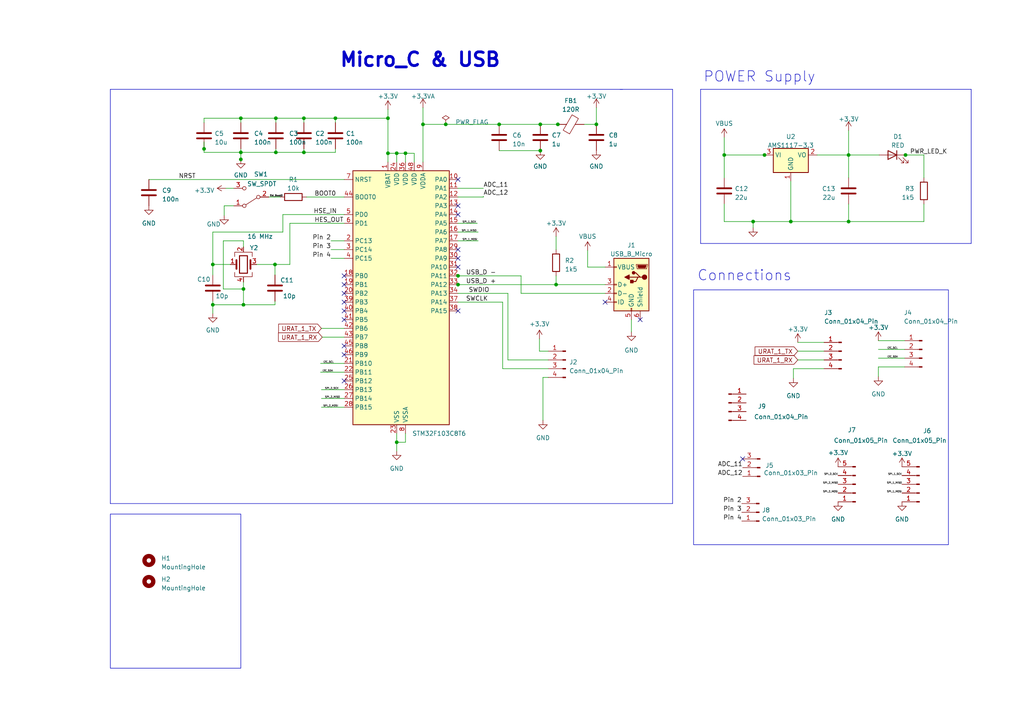
<source format=kicad_sch>
(kicad_sch (version 20250114) (generator "eeschema") (generator_version "9.0")
  (paper "A4")
  (title_block (date "2023-10-21") (rev "1") (company "Amajd Trablsi "))
  (lib_symbols
    (symbol "Connector:Conn_01x03_Pin" (pin_names (offset 1.016) (hide yes))
      (property "Reference" "J" (at 0 5.08 0))
      (property "Value" "Conn_01x03_Pin" (at 0 -5.08 0))
      (symbol "Conn_01x03_Pin_1_1"
        (rectangle (start 0.8636 2.667) (end 0 2.413) (stroke (width 0.1524)) (fill (type outline)))
        (rectangle (start 0.8636 0.127) (end 0 -0.127) (stroke (width 0.1524)) (fill (type outline)))
        (rectangle (start 0.8636 -2.413) (end 0 -2.667) (stroke (width 0.1524)) (fill (type outline)))
        (polyline (pts (xy 1.27 2.54) (xy 0.8636 2.54)) (stroke (width 0.1524)))
        (polyline (pts (xy 1.27 0) (xy 0.8636 0)) (stroke (width 0.1524)))
        (polyline (pts (xy 1.27 -2.54) (xy 0.8636 -2.54)) (stroke (width 0.1524)))
        (pin passive line (at 5.08 2.54 180) (length 3.81) (name "Pin_1") (number "1"))
        (pin passive line (at 5.08 0 180) (length 3.81) (name "Pin_2") (number "2"))
        (pin passive line (at 5.08 -2.54 180) (length 3.81) (name "Pin_3") (number "3"))
      )
    )
    (symbol "Connector:Conn_01x04_Pin" (pin_names (offset 1.016) (hide yes))
      (property "Reference" "J" (at 0 5.08 0))
      (property "Value" "Conn_01x04_Pin" (at 0 -7.62 0))
      (symbol "Conn_01x04_Pin_1_1"
        (rectangle (start 0.8636 2.667) (end 0 2.413) (stroke (width 0.1524)) (fill (type outline)))
        (rectangle (start 0.8636 0.127) (end 0 -0.127) (stroke (width 0.1524)) (fill (type outline)))
        (rectangle (start 0.8636 -2.413) (end 0 -2.667) (stroke (width 0.1524)) (fill (type outline)))
        (rectangle (start 0.8636 -4.953) (end 0 -5.207) (stroke (width 0.1524)) (fill (type outline)))
        (polyline (pts (xy 1.27 2.54) (xy 0.8636 2.54)) (stroke (width 0.1524)))
        (polyline (pts (xy 1.27 0) (xy 0.8636 0)) (stroke (width 0.1524)))
        (polyline (pts (xy 1.27 -2.54) (xy 0.8636 -2.54)) (stroke (width 0.1524)))
        (polyline (pts (xy 1.27 -5.08) (xy 0.8636 -5.08)) (stroke (width 0.1524)))
        (pin passive line (at 5.08 2.54 180) (length 3.81) (name "Pin_1") (number "1"))
        (pin passive line (at 5.08 0 180) (length 3.81) (name "Pin_2") (number "2"))
        (pin passive line (at 5.08 -2.54 180) (length 3.81) (name "Pin_3") (number "3"))
        (pin passive line (at 5.08 -5.08 180) (length 3.81) (name "Pin_4") (number "4"))
      )
    )
    (symbol "Connector:Conn_01x05_Pin" (pin_names (offset 1.016) (hide yes))
      (property "Reference" "J" (at 0 7.62 0))
      (property "Value" "Conn_01x05_Pin" (at 0 -7.62 0))
      (symbol "Conn_01x05_Pin_1_1"
        (rectangle (start 0.8636 5.207) (end 0 4.953) (stroke (width 0.1524)) (fill (type outline)))
        (rectangle (start 0.8636 2.667) (end 0 2.413) (stroke (width 0.1524)) (fill (type outline)))
        (rectangle (start 0.8636 0.127) (end 0 -0.127) (stroke (width 0.1524)) (fill (type outline)))
        (rectangle (start 0.8636 -2.413) (end 0 -2.667) (stroke (width 0.1524)) (fill (type outline)))
        (rectangle (start 0.8636 -4.953) (end 0 -5.207) (stroke (width 0.1524)) (fill (type outline)))
        (polyline (pts (xy 1.27 5.08) (xy 0.8636 5.08)) (stroke (width 0.1524)))
        (polyline (pts (xy 1.27 2.54) (xy 0.8636 2.54)) (stroke (width 0.1524)))
        (polyline (pts (xy 1.27 0) (xy 0.8636 0)) (stroke (width 0.1524)))
        (polyline (pts (xy 1.27 -2.54) (xy 0.8636 -2.54)) (stroke (width 0.1524)))
        (polyline (pts (xy 1.27 -5.08) (xy 0.8636 -5.08)) (stroke (width 0.1524)))
        (pin passive line (at 5.08 5.08 180) (length 3.81) (name "Pin_1") (number "1"))
        (pin passive line (at 5.08 2.54 180) (length 3.81) (name "Pin_2") (number "2"))
        (pin passive line (at 5.08 0 180) (length 3.81) (name "Pin_3") (number "3"))
        (pin passive line (at 5.08 -2.54 180) (length 3.81) (name "Pin_4") (number "4"))
        (pin passive line (at 5.08 -5.08 180) (length 3.81) (name "Pin_5") (number "5"))
      )
    )
    (symbol "Connector:USB_B_Micro" (pin_names (offset 1.016))
      (property "Reference" "J" (at -5.08 11.43 0))
      (property "Value" "USB_B_Micro" (at -5.08 8.89 0))
      (symbol "USB_B_Micro_0_1"
        (rectangle (start -5.08 -7.62) (end 5.08 7.62) (stroke (width 0.254)) (fill (type background)))
        (polyline (pts (xy -4.699 5.842) (xy -4.699 5.588) (xy -4.445 4.826) (xy -4.445 4.572) (xy -1.651 4.572) (xy -1.651 4.826) (xy -1.397 5.588) (xy -1.397 5.842) (xy -4.699 5.842)))
        (polyline (pts (xy -4.318 5.588) (xy -1.778 5.588) (xy -2.032 4.826) (xy -4.064 4.826) (xy -4.318 5.588)) (fill (type outline)))
        (circle (center -3.81 2.159) (radius 0.635) (stroke (width 0.254)) (fill (type outline)))
        (polyline (pts (xy -3.175 2.159) (xy -2.54 2.159) (xy -1.27 3.429) (xy -0.635 3.429)) (stroke (width 0.254)))
        (polyline (pts (xy -2.54 2.159) (xy -1.905 2.159) (xy -1.27 0.889) (xy 0 0.889)) (stroke (width 0.254)))
        (polyline (pts (xy -1.905 2.159) (xy 0.635 2.159)) (stroke (width 0.254)))
        (circle (center -0.635 3.429) (radius 0.381) (stroke (width 0.254)) (fill (type outline)))
        (rectangle (start -0.127 -7.62) (end 0.127 -6.858))
        (rectangle (start 0.254 1.27) (end -0.508 0.508) (stroke (width 0.254)) (fill (type outline)))
        (polyline (pts (xy 0.635 2.794) (xy 0.635 1.524) (xy 1.905 2.159) (xy 0.635 2.794)) (stroke (width 0.254)) (fill (type outline)))
        (rectangle (start 5.08 4.953) (end 4.318 5.207))
        (rectangle (start 5.08 -0.127) (end 4.318 0.127))
        (rectangle (start 5.08 -2.667) (end 4.318 -2.413))
        (rectangle (start 5.08 -5.207) (end 4.318 -4.953))
      )
      (symbol "USB_B_Micro_1_1"
        (pin passive line (at -2.54 -10.16 90) (length 2.54) (name "Shield") (number "6"))
        (pin power_out line (at 0 -10.16 90) (length 2.54) (name "GND") (number "5"))
        (pin power_out line (at 7.62 5.08 180) (length 2.54) (name "VBUS") (number "1"))
        (pin bidirectional line (at 7.62 0 180) (length 2.54) (name "D+") (number "3"))
        (pin bidirectional line (at 7.62 -2.54 180) (length 2.54) (name "D-") (number "2"))
        (pin passive line (at 7.62 -5.08 180) (length 2.54) (name "ID") (number "4"))
      )
    )
    (symbol "Device:C" (pin_numbers (hide yes)) (pin_names (offset 0.254))
      (property "Reference" "C" (at 0.635 2.54 0))
      (property "Value" "C" (at 0.635 -2.54 0))
      (symbol "C_0_1"
        (polyline (pts (xy -2.032 0.762) (xy 2.032 0.762)) (stroke (width 0.508)))
        (polyline (pts (xy -2.032 -0.762) (xy 2.032 -0.762)) (stroke (width 0.508)))
      )
      (symbol "C_1_1"
        (pin passive line (at 0 3.81 270) (length 2.794) (name "~") (number "1"))
        (pin passive line (at 0 -3.81 90) (length 2.794) (name "~") (number "2"))
      )
    )
    (symbol "Device:Crystal_GND24" (pin_names (offset 1.016) (hide yes))
      (property "Reference" "Y" (at 3.175 5.08 0))
      (property "Value" "Crystal_GND24" (at 3.175 3.175 0))
      (symbol "Crystal_GND24_0_1"
        (polyline (pts (xy -2.54 2.286) (xy -2.54 3.556) (xy 2.54 3.556) (xy 2.54 2.286)))
        (polyline (pts (xy -2.54 0) (xy -2.032 0)))
        (polyline (pts (xy -2.54 -2.286) (xy -2.54 -3.556) (xy 2.54 -3.556) (xy 2.54 -2.286)))
        (polyline (pts (xy -2.032 -1.27) (xy -2.032 1.27)) (stroke (width 0.508)))
        (rectangle (start -1.143 2.54) (end 1.143 -2.54) (stroke (width 0.3048)))
        (polyline (pts (xy 0 3.556) (xy 0 3.81)))
        (polyline (pts (xy 0 -3.81) (xy 0 -3.556)))
        (polyline (pts (xy 2.032 0) (xy 2.54 0)))
        (polyline (pts (xy 2.032 -1.27) (xy 2.032 1.27)) (stroke (width 0.508)))
      )
      (symbol "Crystal_GND24_1_1"
        (pin passive line (at -3.81 0 0) (length 1.27) (name "1") (number "1"))
        (pin passive line (at 0 5.08 270) (length 1.27) (name "2") (number "2"))
        (pin passive line (at 0 -5.08 90) (length 1.27) (name "4") (number "4"))
        (pin passive line (at 3.81 0 180) (length 1.27) (name "3") (number "3"))
      )
    )
    (symbol "Device:FerriteBead" (pin_numbers (hide yes)) (pin_names (offset 0))
      (property "Reference" "FB" (at -3.81 0.635 90))
      (property "Value" "FerriteBead" (at 3.81 0 90))
      (symbol "FerriteBead_0_1"
        (polyline (pts (xy -2.7686 0.4064) (xy -1.7018 2.2606) (xy 2.7686 -0.3048) (xy 1.6764 -2.159) (xy -2.7686 0.4064)))
        (polyline (pts (xy 0 1.27) (xy 0 1.2954)))
        (polyline (pts (xy 0 -1.27) (xy 0 -1.2192)))
      )
      (symbol "FerriteBead_1_1"
        (pin passive line (at 0 3.81 270) (length 2.54) (name "~") (number "1"))
        (pin passive line (at 0 -3.81 90) (length 2.54) (name "~") (number "2"))
      )
    )
    (symbol "Device:LED" (pin_numbers (hide yes)) (pin_names (offset 1.016) (hide yes))
      (property "Reference" "D" (at 0 2.54 0))
      (property "Value" "LED" (at 0 -2.54 0))
      (symbol "LED_0_1"
        (polyline (pts (xy -3.048 -0.762) (xy -4.572 -2.286) (xy -3.81 -2.286) (xy -4.572 -2.286) (xy -4.572 -1.524)))
        (polyline (pts (xy -1.778 -0.762) (xy -3.302 -2.286) (xy -2.54 -2.286) (xy -3.302 -2.286) (xy -3.302 -1.524)))
        (polyline (pts (xy -1.27 0) (xy 1.27 0)))
        (polyline (pts (xy -1.27 -1.27) (xy -1.27 1.27)) (stroke (width 0.254)))
        (polyline (pts (xy 1.27 -1.27) (xy 1.27 1.27) (xy -1.27 0) (xy 1.27 -1.27)) (stroke (width 0.254)))
      )
      (symbol "LED_1_1"
        (pin passive line (at -3.81 0 0) (length 2.54) (name "K") (number "1"))
        (pin passive line (at 3.81 0 180) (length 2.54) (name "A") (number "2"))
      )
    )
    (symbol "Device:R" (pin_numbers (hide yes)) (pin_names (offset 0))
      (property "Reference" "R" (at 2.032 0 90))
      (property "Value" "R" (at 0 0 90))
      (symbol "R_0_1"
        (rectangle (start -1.016 -2.54) (end 1.016 2.54) (stroke (width 0.254)))
      )
      (symbol "R_1_1"
        (pin passive line (at 0 3.81 270) (length 1.27) (name "~") (number "1"))
        (pin passive line (at 0 -3.81 90) (length 1.27) (name "~") (number "2"))
      )
    )
    (symbol "MCU_ST_STM32F1:STM32F103C8Tx"
      (property "Reference" "U" (at -12.7 39.37 0))
      (property "Value" "STM32F103C8Tx" (at 10.16 39.37 0))
      (symbol "STM32F103C8Tx_0_1"
        (rectangle (start -12.7 -35.56) (end 15.24 38.1) (stroke (width 0.254)) (fill (type background)))
      )
      (symbol "STM32F103C8Tx_1_1"
        (pin input line (at -15.24 35.56 0) (length 2.54) (name "NRST") (number "7"))
        (pin input line (at -15.24 30.48 0) (length 2.54) (name "BOOT0") (number "44"))
        (pin bidirectional line (at -15.24 25.4 0) (length 2.54) (name "PD0") (number "5"))
        (pin bidirectional line (at -15.24 22.86 0) (length 2.54) (name "PD1") (number "6"))
        (pin bidirectional line (at -15.24 17.78 0) (length 2.54) (name "PC13") (number "2"))
        (pin bidirectional line (at -15.24 15.24 0) (length 2.54) (name "PC14") (number "3"))
        (pin bidirectional line (at -15.24 12.7 0) (length 2.54) (name "PC15") (number "4"))
        (pin bidirectional line (at -15.24 7.62 0) (length 2.54) (name "PB0") (number "18"))
        (pin bidirectional line (at -15.24 5.08 0) (length 2.54) (name "PB1") (number "19"))
        (pin bidirectional line (at -15.24 2.54 0) (length 2.54) (name "PB2") (number "20"))
        (pin bidirectional line (at -15.24 0 0) (length 2.54) (name "PB3") (number "39"))
        (pin bidirectional line (at -15.24 -2.54 0) (length 2.54) (name "PB4") (number "40"))
        (pin bidirectional line (at -15.24 -5.08 0) (length 2.54) (name "PB5") (number "41"))
        (pin bidirectional line (at -15.24 -7.62 0) (length 2.54) (name "PB6") (number "42"))
        (pin bidirectional line (at -15.24 -10.16 0) (length 2.54) (name "PB7") (number "43"))
        (pin bidirectional line (at -15.24 -12.7 0) (length 2.54) (name "PB8") (number "45"))
        (pin bidirectional line (at -15.24 -15.24 0) (length 2.54) (name "PB9") (number "46"))
        (pin bidirectional line (at -15.24 -17.78 0) (length 2.54) (name "PB10") (number "21"))
        (pin bidirectional line (at -15.24 -20.32 0) (length 2.54) (name "PB11") (number "22"))
        (pin bidirectional line (at -15.24 -22.86 0) (length 2.54) (name "PB12") (number "25"))
        (pin bidirectional line (at -15.24 -25.4 0) (length 2.54) (name "PB13") (number "26"))
        (pin bidirectional line (at -15.24 -27.94 0) (length 2.54) (name "PB14") (number "27"))
        (pin bidirectional line (at -15.24 -30.48 0) (length 2.54) (name "PB15") (number "28"))
        (pin power_in line (at -2.54 40.64 270) (length 2.54) (name "VBAT") (number "1"))
        (pin power_in line (at 0 40.64 270) (length 2.54) (name "VDD") (number "24"))
        (pin power_in line (at 0 -38.1 90) (length 2.54) (name "VSS") (number "23"))
        (pin passive line (at 0 -38.1 90) (length 2.54) (hide yes) (name "VSS") (number "35"))
        (pin passive line (at 0 -38.1 90) (length 2.54) (hide yes) (name "VSS") (number "47"))
        (pin power_in line (at 2.54 40.64 270) (length 2.54) (name "VDD") (number "36"))
        (pin power_in line (at 2.54 -38.1 90) (length 2.54) (name "VSSA") (number "8"))
        (pin power_in line (at 5.08 40.64 270) (length 2.54) (name "VDD") (number "48"))
        (pin power_in line (at 7.62 40.64 270) (length 2.54) (name "VDDA") (number "9"))
        (pin bidirectional line (at 17.78 35.56 180) (length 2.54) (name "PA0") (number "10"))
        (pin bidirectional line (at 17.78 33.02 180) (length 2.54) (name "PA1") (number "11"))
        (pin bidirectional line (at 17.78 30.48 180) (length 2.54) (name "PA2") (number "12"))
        (pin bidirectional line (at 17.78 27.94 180) (length 2.54) (name "PA3") (number "13"))
        (pin bidirectional line (at 17.78 25.4 180) (length 2.54) (name "PA4") (number "14"))
        (pin bidirectional line (at 17.78 22.86 180) (length 2.54) (name "PA5") (number "15"))
        (pin bidirectional line (at 17.78 20.32 180) (length 2.54) (name "PA6") (number "16"))
        (pin bidirectional line (at 17.78 17.78 180) (length 2.54) (name "PA7") (number "17"))
        (pin bidirectional line (at 17.78 15.24 180) (length 2.54) (name "PA8") (number "29"))
        (pin bidirectional line (at 17.78 12.7 180) (length 2.54) (name "PA9") (number "30"))
        (pin bidirectional line (at 17.78 10.16 180) (length 2.54) (name "PA10") (number "31"))
        (pin bidirectional line (at 17.78 7.62 180) (length 2.54) (name "PA11") (number "32"))
        (pin bidirectional line (at 17.78 5.08 180) (length 2.54) (name "PA12") (number "33"))
        (pin bidirectional line (at 17.78 2.54 180) (length 2.54) (name "PA13") (number "34"))
        (pin bidirectional line (at 17.78 0 180) (length 2.54) (name "PA14") (number "37"))
        (pin bidirectional line (at 17.78 -2.54 180) (length 2.54) (name "PA15") (number "38"))
      )
    )
    (symbol "Mechanical:MountingHole" (pin_names (offset 1.016))
      (property "Reference" "H" (at 0 5.08 0))
      (property "Value" "MountingHole" (at 0 3.175 0))
      (symbol "MountingHole_0_1"
        (circle (center 0 0) (radius 1.27) (stroke (width 1.27)))
      )
    )
    (symbol "Regulator_Linear:AMS1117-3.3"
      (property "Reference" "U" (at -3.81 3.175 0))
      (property "Value" "AMS1117-3.3" (at 0 3.175 0))
      (symbol "AMS1117-3.3_0_1"
        (rectangle (start -5.08 -5.08) (end 5.08 1.905) (stroke (width 0.254)) (fill (type background)))
      )
      (symbol "AMS1117-3.3_1_1"
        (pin power_in line (at -7.62 0 0) (length 2.54) (name "VI") (number "3"))
        (pin power_in line (at 0 -7.62 90) (length 2.54) (name "GND") (number "1"))
        (pin power_out line (at 7.62 0 180) (length 2.54) (name "VO") (number "2"))
      )
    )
    (symbol "Switch:SW_SPDT" (pin_names (offset 0) (hide yes))
      (property "Reference" "SW" (at 0 4.318 0))
      (property "Value" "SW_SPDT" (at 0 -5.08 0))
      (symbol "SW_SPDT_0_0"
        (circle (center -2.032 0) (radius 0.508))
        (circle (center 2.032 -2.54) (radius 0.508))
      )
      (symbol "SW_SPDT_0_1"
        (polyline (pts (xy -1.524 0.254) (xy 1.651 2.286)))
        (circle (center 2.032 2.54) (radius 0.508))
      )
      (symbol "SW_SPDT_1_1"
        (pin passive line (at -5.08 0 0) (length 2.54) (name "B") (number "2"))
        (pin passive line (at 5.08 2.54 180) (length 2.54) (name "A") (number "1"))
        (pin passive line (at 5.08 -2.54 180) (length 2.54) (name "C") (number "3"))
      )
    )
    (symbol "power:+3.3V" (power) (pin_names (offset 0))
      (property "Value" "+3.3V" (at 0 3.556 0))
      (symbol "+3.3V_0_1"
        (polyline (pts (xy -0.762 1.27) (xy 0 2.54)))
        (polyline (pts (xy 0 2.54) (xy 0.762 1.27)))
        (polyline (pts (xy 0 0) (xy 0 2.54)))
      )
      (symbol "+3.3V_1_1"
        (pin power_in line (at 0 0 90) (length 0) (hide yes) (name "+3.3V") (number "1"))
      )
    )
    (symbol "power:+3.3VA" (power) (pin_names (offset 0))
      (property "Value" "+3.3VA" (at 0 3.556 0))
      (symbol "+3.3VA_0_1"
        (polyline (pts (xy -0.762 1.27) (xy 0 2.54)))
        (polyline (pts (xy 0 2.54) (xy 0.762 1.27)))
        (polyline (pts (xy 0 0) (xy 0 2.54)))
      )
      (symbol "+3.3VA_1_1"
        (pin power_in line (at 0 0 90) (length 0) (hide yes) (name "+3.3VA") (number "1"))
      )
    )
    (symbol "power:GND" (power) (pin_names (offset 0))
      (property "Value" "GND" (at 0 -3.81 0))
      (symbol "GND_0_1"
        (polyline (pts (xy 0 0) (xy 0 -1.27) (xy 1.27 -1.27) (xy 0 -2.54) (xy -1.27 -1.27) (xy 0 -1.27)))
      )
      (symbol "GND_1_1"
        (pin power_in line (at 0 0 270) (length 0) (hide yes) (name "GND") (number "1"))
      )
    )
    (symbol "power:PWR_FLAG" (power) (pin_numbers (hide yes)) (pin_names (offset 0) (hide yes))
      (property "Value" "PWR_FLAG" (at 0 3.81 0))
      (symbol "PWR_FLAG_0_0"
        (pin power_out line (at 0 0 90) (length 0) (name "pwr") (number "1"))
      )
      (symbol "PWR_FLAG_0_1"
        (polyline (pts (xy 0 0) (xy 0 1.27) (xy -1.016 1.905) (xy 0 2.54) (xy 1.016 1.905) (xy 0 1.27)))
      )
    )
    (symbol "power:VBUS" (power) (pin_names (offset 0))
      (property "Value" "VBUS" (at 0 3.81 0))
      (symbol "VBUS_0_1"
        (polyline (pts (xy -0.762 1.27) (xy 0 2.54)))
        (polyline (pts (xy 0 2.54) (xy 0.762 1.27)))
        (polyline (pts (xy 0 0) (xy 0 2.54)))
      )
      (symbol "VBUS_1_1"
        (pin power_in line (at 0 0 90) (length 0) (hide yes) (name "VBUS") (number "1"))
      )
    )
  )
  (rectangle (start 201.168 84.074) (end 275.082 157.988))
  (rectangle (start 32.004 149.098) (end 69.85 193.802))
  (text "POWER Supply\n" (at 203.962 24.13 0) (effects (font (size 3 3)) (justify left bottom)))
  (text "Connections" (at 202.184 81.788 0) (effects (font (size 3 3)) (justify left bottom)))
  (text "Micro_C & USB\n" (at 98.298 19.812 0) (effects (font (size 4 4) (thickness 0.8) (bold yes)) (justify left bottom)))
  (junction (at 117.602 44.45))
  (junction (at 132.842 82.55))
  (junction (at 210.058 44.958))
  (junction (at 112.522 34.29))
  (junction (at 80.01 44.196))
  (junction (at 115.062 44.45))
  (junction (at 97.282 34.29))
  (junction (at 221.742 44.958))
  (junction (at 161.29 82.55))
  (junction (at 115.062 128.27))
  (junction (at 218.44 64.262))
  (junction (at 80.01 34.29))
  (junction (at 79.756 76.708))
  (junction (at 69.85 44.196))
  (junction (at 229.362 64.262))
  (junction (at 262.636 44.958))
  (junction (at 69.85 34.29))
  (junction (at 59.182 43.18))
  (junction (at 122.682 36.068))
  (junction (at 246.126 64.262))
  (junction (at 156.718 36.068))
  (junction (at 69.85 46.228))
  (junction (at 156.718 43.688))
  (junction (at 144.78 36.068))
  (junction (at 70.612 88.392))
  (junction (at 112.522 44.45))
  (junction (at 70.612 83.82))
  (junction (at 61.722 76.708))
  (junction (at 132.842 80.01))
  (junction (at 172.974 36.068))
  (junction (at 88.138 34.29))
  (junction (at 88.138 44.196))
  (junction (at 246.126 44.958))
  (junction (at 129.286 36.068))
  (junction (at 161.798 36.068))
  (junction (at 61.722 88.392))
  (no_connect (at 132.842 77.47))
  (no_connect (at 132.842 72.39))
  (no_connect (at 132.842 52.07))
  (no_connect (at 99.822 85.09))
  (no_connect (at 99.822 100.33))
  (no_connect (at 99.822 92.71))
  (no_connect (at 132.842 59.69))
  (no_connect (at 185.674 92.71))
  (no_connect (at 99.822 80.01))
  (no_connect (at 132.842 62.23))
  (no_connect (at 99.822 82.55))
  (no_connect (at 215.392 133.096))
  (no_connect (at 99.822 87.63))
  (no_connect (at 132.842 90.17))
  (no_connect (at 132.842 74.93))
  (no_connect (at 99.822 110.49))
  (no_connect (at 175.514 87.63))
  (no_connect (at 99.822 102.87))
  (no_connect (at 99.822 90.17))
  (wire (pts (xy 97.282 34.29) (xy 112.522 34.29)))
  (wire (pts (xy 254.762 98.806) (xy 262.382 98.806)))
  (wire (pts (xy 112.522 34.29) (xy 112.522 44.45)))
  (wire (pts (xy 80.01 44.196) (xy 88.138 44.196)))
  (wire (pts (xy 210.058 59.182) (xy 210.058 64.262)))
  (wire (pts (xy 59.182 44.196) (xy 69.85 44.196)))
  (wire (pts (xy 246.126 44.958) (xy 255.016 44.958)))
  (wire (pts (xy 69.85 44.196) (xy 80.01 44.196)))
  (wire (pts (xy 79.756 87.376) (xy 79.756 88.392)))
  (wire (pts (xy 145.796 106.934) (xy 159.004 106.934)))
  (wire (pts (xy 156.464 101.854) (xy 156.464 98.298)))
  (wire (pts (xy 92.964 107.95) (xy 99.822 107.95)))
  (wire (pts (xy 69.85 43.18) (xy 69.85 44.196)))
  (wire (pts (xy 239.014 104.394) (xy 231.394 104.394)))
  (wire (pts (xy 262.382 44.958) (xy 262.636 44.958)))
  (wire (pts (xy 79.756 88.392) (xy 70.612 88.392)))
  (wire (pts (xy 93.218 113.03) (xy 99.822 113.03)))
  (wire (pts (xy 69.85 35.56) (xy 69.85 34.29)))
  (wire (pts (xy 132.842 64.77) (xy 138.43 64.77)))
  (wire (pts (xy 93.472 97.79) (xy 99.822 97.79)))
  (wire (pts (xy 93.218 115.57) (xy 99.822 115.57)))
  (wire (pts (xy 97.282 43.18) (xy 97.282 44.196)))
  (wire (pts (xy 70.612 69.85) (xy 64.77 69.85)))
  (wire (pts (xy 112.522 44.45) (xy 115.062 44.45)))
  (wire (pts (xy 99.822 62.23) (xy 82.042 62.23)))
  (wire (pts (xy 59.182 41.148) (xy 59.182 43.18)))
  (wire (pts (xy 254.762 101.346) (xy 262.382 101.346)))
  (wire (pts (xy 80.01 44.196) (xy 80.01 43.18)))
  (wire (pts (xy 132.842 85.09) (xy 147.32 85.09)))
  (wire (pts (xy 115.062 125.73) (xy 115.062 128.27)))
  (wire (pts (xy 64.77 69.85) (xy 64.77 83.82)))
  (wire (pts (xy 132.842 57.15) (xy 140.208 57.15)))
  (wire (pts (xy 61.722 67.31) (xy 61.722 76.708)))
  (wire (pts (xy 79.756 76.708) (xy 74.422 76.708)))
  (wire (pts (xy 169.418 36.068) (xy 172.974 36.068)))
  (wire (pts (xy 65.024 59.69) (xy 65.024 62.484)))
  (wire (pts (xy 80.01 35.56) (xy 80.01 34.29)))
  (wire (pts (xy 246.126 44.958) (xy 246.126 51.562)))
  (wire (pts (xy 93.218 118.11) (xy 99.822 118.11)))
  (wire (pts (xy 172.974 31.242) (xy 172.974 36.068)))
  (wire (pts (xy 132.842 80.01) (xy 151.13 80.01)))
  (wire (pts (xy 59.182 35.56) (xy 59.182 34.29)))
  (wire (pts (xy 115.062 128.27) (xy 115.062 130.81)))
  (wire (pts (xy 170.434 77.47) (xy 175.514 77.47)))
  (wire (pts (xy 117.602 44.45) (xy 117.602 46.99)))
  (wire (pts (xy 161.29 82.55) (xy 175.514 82.55)))
  (wire (pts (xy 230.124 109.728) (xy 230.124 106.934)))
  (wire (pts (xy 79.756 76.708) (xy 79.756 79.756)))
  (wire (pts (xy 70.612 83.82) (xy 70.612 88.392)))
  (wire (pts (xy 151.13 85.09) (xy 151.13 80.01)))
  (wire (pts (xy 115.062 44.45) (xy 115.062 46.99)))
  (wire (pts (xy 144.78 36.068) (xy 156.718 36.068)))
  (wire (pts (xy 132.842 82.55) (xy 161.29 82.55)))
  (wire (pts (xy 145.796 87.63) (xy 145.796 106.934)))
  (wire (pts (xy 61.722 87.376) (xy 61.722 88.392)))
  (wire (pts (xy 231.394 101.854) (xy 239.014 101.854)))
  (wire (pts (xy 246.126 59.182) (xy 246.126 64.262)))
  (wire (pts (xy 93.218 95.25) (xy 99.822 95.25)))
  (wire (pts (xy 129.286 36.068) (xy 144.78 36.068)))
  (polyline (pts (xy 32.004 25.908) (xy 32.004 146.05)))
  (wire (pts (xy 61.722 76.708) (xy 66.802 76.708)))
  (wire (pts (xy 140.208 56.896) (xy 140.208 57.15)))
  (wire (pts (xy 262.636 44.958) (xy 267.97 44.958)))
  (wire (pts (xy 147.32 104.394) (xy 147.32 85.09)))
  (wire (pts (xy 132.842 69.85) (xy 138.684 69.85)))
  (polyline (pts (xy 203.2 70.612) (xy 281.686 70.612)))
  (wire (pts (xy 112.522 31.75) (xy 112.522 34.29)))
  (wire (pts (xy 99.822 64.77) (xy 84.074 64.77)))
  (wire (pts (xy 80.01 34.29) (xy 88.138 34.29)))
  (wire (pts (xy 88.138 44.196) (xy 97.282 44.196)))
  (wire (pts (xy 144.78 43.688) (xy 156.718 43.688)))
  (wire (pts (xy 132.842 54.61) (xy 140.208 54.61)))
  (wire (pts (xy 88.138 35.56) (xy 88.138 34.29)))
  (wire (pts (xy 59.182 43.18) (xy 59.182 44.196)))
  (wire (pts (xy 161.798 36.068) (xy 162.052 36.068)))
  (wire (pts (xy 88.138 43.18) (xy 88.138 44.196)))
  (wire (pts (xy 117.602 44.45) (xy 120.142 44.45)))
  (wire (pts (xy 70.612 88.392) (xy 61.722 88.392)))
  (wire (pts (xy 254.762 106.426) (xy 262.382 106.426)))
  (wire (pts (xy 77.978 57.15) (xy 81.28 57.15)))
  (polyline (pts (xy 32.004 146.05) (xy 195.072 146.05)))
  (polyline (pts (xy 203.2 25.908) (xy 203.2 70.612)))
  (wire (pts (xy 267.97 64.262) (xy 246.126 64.262)))
  (wire (pts (xy 96.012 69.85) (xy 99.822 69.85)))
  (wire (pts (xy 210.058 64.262) (xy 218.44 64.262)))
  (polyline (pts (xy 195.072 25.908) (xy 195.072 146.05)))
  (wire (pts (xy 120.142 44.45) (xy 120.142 46.99)))
  (wire (pts (xy 157.48 109.474) (xy 159.004 109.474)))
  (wire (pts (xy 175.514 85.09) (xy 151.13 85.09)))
  (wire (pts (xy 115.062 128.27) (xy 117.602 128.27)))
  (wire (pts (xy 159.004 101.854) (xy 156.464 101.854)))
  (wire (pts (xy 132.588 82.55) (xy 132.842 82.55)))
  (wire (pts (xy 122.682 36.068) (xy 122.682 46.99)))
  (wire (pts (xy 82.042 62.23) (xy 82.042 67.31)))
  (polyline (pts (xy 180.594 25.908) (xy 32.004 25.908)))
  (wire (pts (xy 88.9 57.15) (xy 99.822 57.15)))
  (polyline (pts (xy 281.686 25.908) (xy 203.2 25.908)))
  (wire (pts (xy 59.182 34.29) (xy 69.85 34.29)))
  (wire (pts (xy 262.382 103.886) (xy 254.762 103.886)))
  (wire (pts (xy 236.982 44.958) (xy 246.126 44.958)))
  (wire (pts (xy 61.722 88.392) (xy 61.722 90.932)))
  (wire (pts (xy 97.282 34.29) (xy 97.282 35.56)))
  (wire (pts (xy 210.058 44.958) (xy 221.742 44.958)))
  (wire (pts (xy 92.964 105.41) (xy 99.822 105.41)))
  (wire (pts (xy 159.004 104.394) (xy 147.32 104.394)))
  (wire (pts (xy 88.138 34.29) (xy 97.282 34.29)))
  (wire (pts (xy 112.522 44.45) (xy 112.522 46.99)))
  (wire (pts (xy 254.762 109.22) (xy 254.762 106.426)))
  (wire (pts (xy 267.97 59.182) (xy 267.97 64.262)))
  (wire (pts (xy 132.588 80.01) (xy 132.842 80.01)))
  (wire (pts (xy 231.394 99.314) (xy 239.014 99.314)))
  (wire (pts (xy 230.124 106.934) (xy 239.014 106.934)))
  (wire (pts (xy 218.44 64.262) (xy 218.44 66.04)))
  (wire (pts (xy 132.842 67.31) (xy 138.684 67.31)))
  (wire (pts (xy 84.074 76.708) (xy 79.756 76.708)))
  (wire (pts (xy 61.722 67.31) (xy 82.042 67.31)))
  (wire (pts (xy 96.012 74.93) (xy 99.822 74.93)))
  (wire (pts (xy 122.682 36.068) (xy 129.286 36.068)))
  (polyline (pts (xy 281.686 25.908) (xy 281.686 70.612)))
  (wire (pts (xy 67.818 59.69) (xy 65.024 59.69)))
  (wire (pts (xy 70.612 71.628) (xy 70.612 69.85)))
  (wire (pts (xy 65.532 54.61) (xy 67.818 54.61)))
  (wire (pts (xy 229.362 52.578) (xy 229.362 64.262)))
  (wire (pts (xy 161.29 68.58) (xy 161.29 72.39)))
  (wire (pts (xy 70.612 83.82) (xy 70.612 81.788)))
  (wire (pts (xy 64.77 83.82) (xy 70.612 83.82)))
  (wire (pts (xy 115.062 44.45) (xy 117.602 44.45)))
  (wire (pts (xy 221.742 44.958) (xy 221.996 44.958)))
  (wire (pts (xy 246.126 44.958) (xy 246.126 37.846)))
  (wire (pts (xy 43.18 52.07) (xy 99.822 52.07)))
  (wire (pts (xy 96.012 72.39) (xy 99.822 72.39)))
  (wire (pts (xy 61.722 76.708) (xy 61.722 79.756)))
  (wire (pts (xy 69.85 34.29) (xy 80.01 34.29)))
  (wire (pts (xy 229.362 64.262) (xy 246.126 64.262)))
  (wire (pts (xy 122.682 31.242) (xy 122.682 36.068)))
  (wire (pts (xy 117.602 128.27) (xy 117.602 125.73)))
  (wire (pts (xy 210.058 51.562) (xy 210.058 44.958)))
  (wire (pts (xy 218.44 64.262) (xy 229.362 64.262)))
  (wire (pts (xy 69.85 46.228) (xy 69.85 46.482)))
  (wire (pts (xy 132.842 87.63) (xy 145.796 87.63)))
  (wire (pts (xy 69.85 44.196) (xy 69.85 46.228)))
  (wire (pts (xy 210.058 39.878) (xy 210.058 44.958)))
  (wire (pts (xy 157.48 121.92) (xy 157.48 109.474)))
  (wire (pts (xy 84.074 64.77) (xy 84.074 76.708)))
  (wire (pts (xy 183.134 92.71) (xy 183.134 96.266)))
  (wire (pts (xy 170.434 72.644) (xy 170.434 77.47)))
  (wire (pts (xy 161.29 80.01) (xy 161.29 82.55)))
  (polyline (pts (xy 179.832 25.908) (xy 195.072 25.908)))
  (wire (pts (xy 156.718 36.068) (xy 161.798 36.068)))
  (wire (pts (xy 267.97 44.958) (xy 267.97 51.562)))
  (label "I2C_SDA" (at 257.302 103.886 0) (effects (font (size 0.5 0.5) (bold yes))))
  (label "Pin 4" (at 215.138 151.13 180))
  (label "I2C_SCL" (at 257.302 101.346 0) (effects (font (size 0.5 0.5) (bold yes))))
  (label "SW_Boot0" (at 78.232 57.15 0) (effects (font (size 0.508 0.508))))
  (label "SPI_1_MISO" (at 133.858 67.31 0) (effects (font (size 0.5 0.5) (bold yes))))
  (label "BOOT0" (at 91.186 57.15 0))
  (label "SWCLK" (at 135.128 87.63 0))
  (label "SPI_1_MOSI" (at 261.62 143.002 180) (effects (font (size 0.5 0.5) (bold yes))))
  (label "Pin 3" (at 96.012 72.39 180))
  (label "Pin 3" (at 215.138 148.59 180))
  (label "SPI_2_MOSI" (at 243.078 143.002 180) (effects (font (size 0.5 0.5) (bold yes))))
  (label "SPI_2_MISO" (at 94.234 115.57 0) (effects (font (size 0.5 0.5) (bold yes))))
  (label "I2C_SDA" (at 93.472 107.95 0) (effects (font (size 0.5 0.5) (bold yes))))
  (label "USB_D +" (at 135.128 82.55 0))
  (label "SPI_2_SCK" (at 94.234 113.03 0) (effects (font (size 0.5 0.5) (bold yes))))
  (label "HES_OUT" (at 91.186 64.77 0))
  (label "Pin 4" (at 96.012 74.93 180))
  (label "HSE_IN" (at 90.932 62.23 0))
  (label "SWDIO" (at 135.89 85.09 0))
  (label "Pin 2" (at 215.138 146.05 180))
  (label "USB_D -" (at 135.128 80.01 0))
  (label "ADC_12" (at 215.392 138.176 180))
  (label "ADC_11" (at 215.392 135.636 180))
  (label "SPI_1_SCK" (at 261.62 137.922 180) (effects (font (size 0.5 0.5) (bold yes))))
  (label "ADC_12" (at 140.208 56.896 0))
  (label "SPI_2_MISO" (at 243.078 140.462 180) (effects (font (size 0.5 0.5) (bold yes))))
  (label "SPI_2_MOSI" (at 93.726 118.11 0) (effects (font (size 0.5 0.5) (bold yes))))
  (label "SPI_1_MOSI" (at 134.112 69.85 0) (effects (font (size 0.5 0.5) (bold yes))))
  (label "PWR_LED_K" (at 263.906 44.958 0))
  (label "ADC_11" (at 140.208 54.61 0))
  (label "Pin 2" (at 96.012 69.85 180))
  (label "I2C_SCL" (at 93.726 105.41 0) (effects (font (size 0.5 0.5) (bold yes))))
  (label "SPI_2_SCK" (at 243.078 137.922 180) (effects (font (size 0.5 0.5) (bold yes))))
  (label "SPI_1_MISO" (at 261.62 140.462 180) (effects (font (size 0.5 0.5) (bold yes))))
  (label "NRST" (at 51.816 52.07 0))
  (label "SPI_1_SCK" (at 134.112 64.77 0) (effects (font (size 0.5 0.5) (bold yes))))
  (global_label "URAT_1_RX" (shape input) (at 93.472 97.79 180) (property "Intersheetrefs" "${INTERSHEET_REFS}" (effects (hide yes))))
  (global_label "URAT_1_TX" (shape input) (at 231.394 101.854 180) (property "Intersheetrefs" "${INTERSHEET_REFS}" (effects (hide yes))))
  (global_label "URAT_1_TX" (shape input) (at 93.218 95.25 180) (property "Intersheetrefs" "${INTERSHEET_REFS}" (effects (hide yes))))
  (global_label "URAT_1_RX" (shape input) (at 231.394 104.394 180) (property "Intersheetrefs" "${INTERSHEET_REFS}" (effects (hide yes))))
  (symbol (lib_id "Device:Crystal_GND24") (at 70.612 76.708 0) (unit 1)
    (property "Reference" "Y2" (at 73.66 71.882 0))
    (property "Value" "16 MHz" (at 75.438 68.58 0))
    (property "Footprint" "Crystal:Crystal_SMD_3225-4Pin_3.2x2.5mm" (effects (hide yes)))
  )
  (symbol (lib_id "power:GND") (at 261.62 145.542 0) (unit 1)
    (property "Reference" "#PWR029" (effects (hide yes)))
    (property "Value" "GND" (at 261.62 150.622 0))
  )
  (symbol (lib_id "power:GND") (at 69.85 46.228 0) (unit 1)
    (property "Reference" "#PWR03" (effects (hide yes)))
    (property "Value" "GND" (at 69.85 50.8 0))
  )
  (symbol (lib_id "Device:C") (at 97.282 39.37 0) (unit 1)
    (property "Reference" "C1" (at 100.33 38.735 0) (effects (justify left)))
    (property "Value" "100n" (at 100.33 41.275 0) (effects (justify left)))
    (property "Footprint" "Capacitor_SMD:C_0402_1005Metric" (effects (hide yes)))
  )
  (symbol (lib_id "power:GND") (at 156.718 43.688 0) (unit 1)
    (property "Reference" "#PWR05" (effects (hide yes)))
    (property "Value" "GND" (at 156.718 48.26 0))
  )
  (symbol (lib_id "power:GND") (at 243.078 145.542 0) (unit 1)
    (property "Reference" "#PWR028" (effects (hide yes)))
    (property "Value" "GND" (at 243.078 150.622 0))
  )
  (symbol (lib_id "power:+3.3V") (at 156.464 98.298 0) (unit 1)
    (property "Reference" "#PWR014" (effects (hide yes)))
    (property "Value" "+3.3V" (at 156.464 93.98 0))
  )
  (symbol (lib_id "Device:C") (at 144.78 39.878 0) (unit 1)
    (property "Reference" "C6" (at 148.59 39.243 0) (effects (justify left)))
    (property "Value" "10n" (at 148.59 41.783 0) (effects (justify left)))
    (property "Footprint" "Capacitor_SMD:C_0402_1005Metric" (effects (hide yes)))
  )
  (symbol (lib_id "Connector:Conn_01x04_Pin") (at 164.084 104.394 0) (mirror y) (unit 1)
    (property "Reference" "J2" (at 165.1 105.029 0) (effects (justify right)))
    (property "Value" "Conn_01x04_Pin" (at 165.1 107.569 0) (effects (justify right)))
    (property "Footprint" "Connector_PinHeader_2.54mm:PinHeader_1x04_P2.54mm_Vertical" (effects (hide yes)))
  )
  (symbol (lib_id "Mechanical:MountingHole") (at 43.18 168.656 0) (unit 1)
    (property "Reference" "H2" (at 46.736 168.021 0) (effects (justify left)))
    (property "Value" "MountingHole" (at 46.736 170.561 0) (effects (justify left)))
    (property "Footprint" "MountingHole:MountingHole_2.1mm" (effects (hide yes)))
  )
  (symbol (lib_id "power:GND") (at 183.134 96.266 0) (unit 1)
    (property "Reference" "#PWR011" (effects (hide yes)))
    (property "Value" "GND" (at 183.134 101.6 0))
  )
  (symbol (lib_id "Device:C") (at 88.138 39.37 0) (unit 1)
    (property "Reference" "C2" (at 91.44 38.735 0) (effects (justify left)))
    (property "Value" "100n" (at 91.44 41.275 0) (effects (justify left)))
    (property "Footprint" "Capacitor_SMD:C_0402_1005Metric" (effects (hide yes)))
  )
  (symbol (lib_id "Connector:Conn_01x04_Pin") (at 267.462 101.346 0) (mirror y) (unit 1)
    (property "Reference" "J4" (at 262.128 90.678 0) (effects (justify right)))
    (property "Value" "Conn_01x04_Pin" (at 262.128 93.218 0) (effects (justify right)))
    (property "Footprint" "Connector_PinHeader_2.54mm:PinHeader_1x04_P2.54mm_Vertical" (effects (hide yes)))
  )
  (symbol (lib_id "Device:C") (at 246.126 55.372 0) (mirror y) (unit 1)
    (property "Reference" "C13" (at 242.316 54.737 0) (effects (justify left)))
    (property "Value" "22u" (at 242.316 57.277 0) (effects (justify left)))
    (property "Footprint" "Capacitor_SMD:C_0805_2012Metric" (effects (hide yes)))
  )
  (symbol (lib_id "Device:C") (at 172.974 39.878 0) (unit 1)
    (property "Reference" "C8" (at 176.53 39.243 0) (effects (justify left)))
    (property "Value" "1u" (at 176.53 41.783 0) (effects (justify left)))
    (property "Footprint" "Capacitor_SMD:C_0402_1005Metric" (effects (hide yes)))
  )
  (symbol (lib_id "power:+3.3V") (at 172.974 31.242 0) (unit 1)
    (property "Reference" "#PWR07" (effects (hide yes)))
    (property "Value" "+3.3V" (at 172.974 27.94 0))
  )
  (symbol (lib_id "Device:C") (at 80.01 39.37 0) (unit 1)
    (property "Reference" "C3" (at 83.82 38.735 0) (effects (justify left)))
    (property "Value" "100n" (at 83.82 41.275 0) (effects (justify left)))
    (property "Footprint" "Capacitor_SMD:C_0402_1005Metric" (effects (hide yes)))
  )
  (symbol (lib_id "Connector:Conn_01x04_Pin") (at 244.094 101.854 0) (mirror y) (unit 1)
    (property "Reference" "J3" (at 239.014 90.678 0) (effects (justify right)))
    (property "Value" "Conn_01x04_Pin" (at 239.014 93.218 0) (effects (justify right)))
    (property "Footprint" "Connector_PinHeader_2.54mm:PinHeader_1x04_P2.54mm_Vertical" (effects (hide yes)))
  )
  (symbol (lib_id "Device:C") (at 59.182 39.37 0) (unit 1)
    (property "Reference" "C5" (at 62.23 38.735 0) (effects (justify left)))
    (property "Value" "10u" (at 62.23 41.275 0) (effects (justify left)))
    (property "Footprint" "Capacitor_SMD:C_0603_1608Metric" (effects (hide yes)))
  )
  (symbol (lib_id "Device:R") (at 85.09 57.15 90) (unit 1)
    (property "Reference" "R1" (at 85.09 52.07 90))
    (property "Value" "10k" (at 85.09 54.61 90))
    (property "Footprint" "Resistor_SMD:R_0402_1005Metric" (effects (hide yes)))
  )
  (symbol (lib_id "power:GND") (at 218.44 66.04 0) (unit 1)
    (property "Reference" "#PWR018" (effects (hide yes)))
    (property "Value" "GND" (effects (hide yes)))
  )
  (symbol (lib_id "Device:C") (at 210.058 55.372 0) (unit 1)
    (property "Reference" "C12" (at 213.106 54.737 0) (effects (justify left)))
    (property "Value" "22u" (at 213.106 57.277 0) (effects (justify left)))
    (property "Footprint" "Capacitor_SMD:C_0805_2012Metric" (effects (hide yes)))
  )
  (symbol (lib_id "power:GND") (at 65.024 62.484 0) (unit 1)
    (property "Reference" "#PWR010" (effects (hide yes)))
    (property "Value" "GND" (at 61.976 65.024 0))
  )
  (symbol (lib_id "Switch:SW_SPDT") (at 72.898 57.15 180) (unit 1)
    (property "Reference" "SW1" (at 75.692 50.546 0))
    (property "Value" "SW_SPDT" (at 75.946 53.34 0))
    (property "Footprint" "Button_Switch_SMD:SW_SPDT_PCM12" (effects (hide yes)))
  )
  (symbol (lib_id "Connector:Conn_01x04_Pin") (at 211.328 116.84 0) (unit 1)
    (property "Reference" "J9" (at 220.98 117.856 0))
    (property "Value" "Conn_01x04_Pin" (at 226.568 120.904 0))
  )
  (symbol (lib_id "Connector:Conn_01x05_Pin") (at 248.158 140.462 180) (unit 1)
    (property "Reference" "J7" (at 245.872 124.714 0) (effects (justify right)))
    (property "Value" "Conn_01x05_Pin" (at 241.808 127.762 0) (effects (justify right)))
    (property "Footprint" "Connector_PinHeader_2.54mm:PinHeader_1x05_P2.54mm_Vertical" (effects (hide yes)))
  )
  (symbol (lib_id "Device:R") (at 267.97 55.372 0) (unit 1)
    (property "Reference" "R3" (at 265.176 54.737 0) (effects (justify right)))
    (property "Value" "1k5" (at 265.176 57.277 0) (effects (justify right)))
    (property "Footprint" "Resistor_SMD:R_0402_1005Metric" (effects (hide yes)))
  )
  (symbol (lib_id "MCU_ST_STM32F1:STM32F103C8Tx") (at 115.062 87.63 0) (unit 1)
    (property "Reference" "U1" (effects (hide yes)))
    (property "Value" "STM32F103C8T6" (at 119.5579 125.73 0) (effects (justify left)))
    (property "Footprint" "Package_QFP:LQFP-48_7x7mm_P0.5mm" (effects (hide yes)))
    (property "Datasheet" "https://www.st.com/resource/en/datasheet/stm32f103c8.pdf" (effects (hide yes)))
  )
  (symbol (lib_id "Device:C") (at 79.756 83.566 0) (unit 1)
    (property "Reference" "C11" (at 81.28 81.28 0) (effects (justify left)))
    (property "Value" "10p" (at 82.042 85.852 0) (effects (justify left)))
    (property "Footprint" "Capacitor_SMD:C_0402_1005Metric" (effects (hide yes)))
  )
  (symbol (lib_id "power:GND") (at 43.18 59.69 0) (unit 1)
    (property "Reference" "#PWR08" (effects (hide yes)))
    (property "Value" "GND" (at 43.18 64.77 0))
  )
  (symbol (lib_id "power:+3.3V") (at 261.62 135.382 0) (unit 1)
    (property "Reference" "#PWR026" (effects (hide yes)))
    (property "Value" "+3.3V" (at 261.62 131.572 0))
  )
  (symbol (lib_id "power:GND") (at 157.48 121.92 0) (unit 1)
    (property "Reference" "#PWR015" (effects (hide yes)))
    (property "Value" "GND" (at 157.48 127 0))
  )
  (symbol (lib_id "Mechanical:MountingHole") (at 43.18 162.56 0) (unit 1)
    (property "Reference" "H1" (at 46.736 161.925 0) (effects (justify left)))
    (property "Value" "MountingHole" (at 46.736 164.465 0) (effects (justify left)))
    (property "Footprint" "MountingHole:MountingHole_2.1mm" (effects (hide yes)))
  )
  (symbol (lib_id "Device:C") (at 61.722 83.566 0) (unit 1)
    (property "Reference" "C10" (at 57.15 81.026 0) (effects (justify left)))
    (property "Value" "10p" (at 62.484 85.852 0) (effects (justify left)))
    (property "Footprint" "Capacitor_SMD:C_0402_1005Metric" (effects (hide yes)))
  )
  (symbol (lib_id "Regulator_Linear:AMS1117-3.3") (at 229.362 44.958 0) (unit 1)
    (property "Reference" "U2" (at 229.362 39.624 0))
    (property "Value" "AMS1117-3.3" (at 229.362 42.164 0))
    (property "Footprint" "Package_TO_SOT_SMD:SOT-223-3_TabPin2" (effects (hide yes)))
    (property "Datasheet" "http://www.advanced-monolithic.com/pdf/ds1117.pdf" (effects (hide yes)))
  )
  (symbol (lib_id "power:GND") (at 61.722 90.932 0) (unit 1)
    (property "Reference" "#PWR019" (effects (hide yes)))
    (property "Value" "GND" (at 61.722 95.758 0))
  )
  (symbol (lib_id "power:+3.3V") (at 243.078 135.382 0) (unit 1)
    (property "Reference" "#PWR027" (effects (hide yes)))
    (property "Value" "+3.3V" (at 243.078 131.318 0))
  )
  (symbol (lib_id "power:+3.3V") (at 231.394 99.314 0) (unit 1)
    (property "Reference" "#PWR024" (effects (hide yes)))
    (property "Value" "+3.3V" (at 231.394 95.504 0))
  )
  (symbol (lib_id "Device:LED") (at 258.826 44.958 0) (mirror y) (unit 1)
    (property "Reference" "D1" (at 260.4135 39.624 0))
    (property "Value" "RED" (at 260.4135 42.164 0))
    (property "Footprint" "LED_SMD:LED_0603_1608Metric" (effects (hide yes)))
  )
  (symbol (lib_id "power:GND") (at 172.974 43.688 0) (unit 1)
    (property "Reference" "#PWR06" (effects (hide yes)))
    (property "Value" "GND" (at 172.974 48.26 0))
  )
  (symbol (lib_id "power:VBUS") (at 170.434 72.644 0) (unit 1)
    (property "Reference" "#PWR012" (effects (hide yes)))
    (property "Value" "VBUS" (at 170.434 68.58 0))
  )
  (symbol (lib_id "power:GND") (at 254.762 109.22 0) (unit 1)
    (property "Reference" "#PWR022" (effects (hide yes)))
    (property "Value" "GND" (at 254.762 114.3 0))
  )
  (symbol (lib_id "power:VBUS") (at 210.058 39.878 0) (unit 1)
    (property "Reference" "#PWR017" (effects (hide yes)))
    (property "Value" "VBUS" (at 210.058 35.814 0))
  )
  (symbol (lib_id "power:PWR_FLAG") (at 129.286 36.068 0) (unit 1)
    (property "Reference" "#FLG01" (effects (hide yes)))
    (property "Value" "PWR_FLAG" (at 132.08 35.433 0) (effects (justify left)))
  )
  (symbol (lib_id "power:+3.3V") (at 65.532 54.61 90) (unit 1)
    (property "Reference" "#PWR09" (effects (hide yes)))
    (property "Value" "+3.3V" (at 62.23 55.245 90) (effects (justify left)))
  )
  (symbol (lib_id "power:GND") (at 230.124 109.728 0) (unit 1)
    (property "Reference" "#PWR023" (effects (hide yes)))
    (property "Value" "GND" (at 230.124 114.808 0))
  )
  (symbol (lib_id "Device:C") (at 69.85 39.37 0) (unit 1)
    (property "Reference" "C4" (at 73.66 38.735 0) (effects (justify left)))
    (property "Value" "100n" (at 73.66 41.275 0) (effects (justify left)))
    (property "Footprint" "Capacitor_SMD:C_0402_1005Metric" (effects (hide yes)))
  )
  (symbol (lib_id "Device:C") (at 156.718 39.878 0) (unit 1)
    (property "Reference" "C7" (at 160.02 39.243 0) (effects (justify left)))
    (property "Value" "1u" (at 160.02 41.783 0) (effects (justify left)))
    (property "Footprint" "Capacitor_SMD:C_0402_1005Metric" (effects (hide yes)))
  )
  (symbol (lib_id "Device:R") (at 161.29 76.2 180) (unit 1)
    (property "Reference" "R2" (at 163.83 75.565 0) (effects (justify right)))
    (property "Value" "1k5" (at 163.83 78.105 0) (effects (justify right)))
    (property "Footprint" "Resistor_SMD:R_0402_1005Metric" (effects (hide yes)))
  )
  (symbol (lib_id "power:+3.3VA") (at 122.682 31.242 0) (unit 1)
    (property "Reference" "#PWR04" (effects (hide yes)))
    (property "Value" "+3.3VA" (at 122.682 27.94 0))
  )
  (symbol (lib_id "power:+3.3V") (at 254.762 98.806 0) (unit 1)
    (property "Reference" "#PWR025" (effects (hide yes)))
    (property "Value" "+3.3V" (at 254.762 94.996 0))
  )
  (symbol (lib_id "Connector:Conn_01x05_Pin") (at 266.7 140.462 180) (unit 1)
    (property "Reference" "J6" (at 267.716 124.968 0) (effects (justify right)))
    (property "Value" "Conn_01x05_Pin" (at 258.826 127.762 0) (effects (justify right)))
    (property "Footprint" "Connector_PinHeader_2.54mm:PinHeader_1x05_P2.54mm_Vertical" (effects (hide yes)))
  )
  (symbol (lib_id "power:+3.3V") (at 112.522 31.75 0) (unit 1)
    (property "Reference" "#PWR02" (effects (hide yes)))
    (property "Value" "+3.3V" (at 112.522 27.94 0))
  )
  (symbol (lib_id "power:GND") (at 115.062 130.81 0) (unit 1)
    (property "Reference" "#PWR01" (effects (hide yes)))
    (property "Value" "GND" (at 115.062 135.89 0))
  )
  (symbol (lib_id "Connector:Conn_01x03_Pin") (at 220.218 148.59 180) (unit 1)
    (property "Reference" "J8" (at 220.98 147.955 0) (effects (justify right)))
    (property "Value" "Conn_01x03_Pin" (at 220.98 150.495 0) (effects (justify right)))
    (property "Footprint" "Connector_PinHeader_2.54mm:PinHeader_1x03_P2.54mm_Vertical" (effects (hide yes)))
  )
  (symbol (lib_id "Device:C") (at 43.18 55.88 0) (unit 1)
    (property "Reference" "C9" (at 46.99 55.245 0) (effects (justify left)))
    (property "Value" "100n" (at 46.99 57.785 0) (effects (justify left)))
    (property "Footprint" "Capacitor_SMD:C_0402_1005Metric" (effects (hide yes)))
  )
  (symbol (lib_id "Connector:Conn_01x03_Pin") (at 220.472 135.636 180) (unit 1)
    (property "Reference" "J5" (at 221.996 135.001 0) (effects (justify right)))
    (property "Value" "Conn_01x03_Pin" (at 221.488 137.16 0) (effects (justify right)))
    (property "Footprint" "Connector_PinHeader_2.54mm:PinHeader_1x03_P2.54mm_Vertical" (effects (hide yes)))
  )
  (symbol (lib_id "Device:FerriteBead") (at 165.608 36.068 90) (unit 1)
    (property "Reference" "FB1" (at 165.5572 29.21 90))
    (property "Value" "120R" (at 165.5572 31.75 90))
    (property "Footprint" "Inductor_SMD:L_0603_1608Metric" (effects (hide yes)))
  )
  (symbol (lib_id "power:+3.3V") (at 246.126 37.846 0) (unit 1)
    (property "Reference" "#PWR016" (effects (hide yes)))
    (property "Value" "+3.3V" (at 246.126 34.544 0))
  )
  (symbol (lib_id "Connector:USB_B_Micro") (at 183.134 82.55 0) (mirror y) (unit 1)
    (property "Reference" "J1" (at 183.134 71.12 0))
    (property "Value" "USB_B_Micro" (at 183.134 73.66 0))
    (property "Footprint" "Connector_USB:USB_Micro-B_Wuerth_629105150521" (effects (hide yes)))
  )
  (symbol (lib_id "power:+3.3V") (at 161.29 68.58 0) (unit 1)
    (property "Reference" "#PWR013" (effects (hide yes)))
    (property "Value" "+3.3V" (at 161.29 64.77 0))
  )
)
</source>
